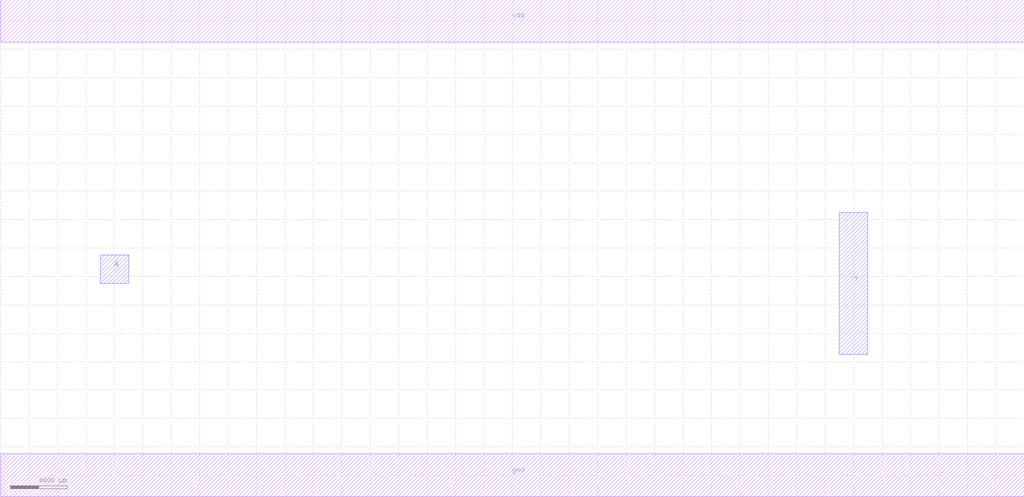
<source format=lef>
MACRO CLKBUF1
 CLASS CORE ;
 ORIGIN 0 0 ;
 FOREIGN CLKBUF1 0 0 ;
 SITE CORE ;
 SYMMETRY X Y R90 ;
  PIN vdd
   DIRECTION INOUT ;
   USE SIGNAL ;
   SHAPE ABUTMENT ;
    PORT
     CLASS CORE ;
       LAYER metal1 ;
        RECT 0.00000000 30500.00000000 72000.00000000 33500.00000000 ;
    END
  END vdd

  PIN gnd
   DIRECTION INOUT ;
   USE SIGNAL ;
   SHAPE ABUTMENT ;
    PORT
     CLASS CORE ;
       LAYER metal1 ;
        RECT 0.00000000 -1500.00000000 72000.00000000 1500.00000000 ;
    END
  END gnd

  PIN A
   DIRECTION INOUT ;
   USE SIGNAL ;
   SHAPE ABUTMENT ;
    PORT
     CLASS CORE ;
       LAYER metal2 ;
        RECT 7000.00000000 13500.00000000 9000.00000000 15500.00000000 ;
    END
  END A

  PIN Y
   DIRECTION INOUT ;
   USE SIGNAL ;
   SHAPE ABUTMENT ;
    PORT
     CLASS CORE ;
       LAYER metal2 ;
        RECT 59000.00000000 8500.00000000 61000.00000000 18500.00000000 ;
    END
  END Y


END CLKBUF1

</source>
